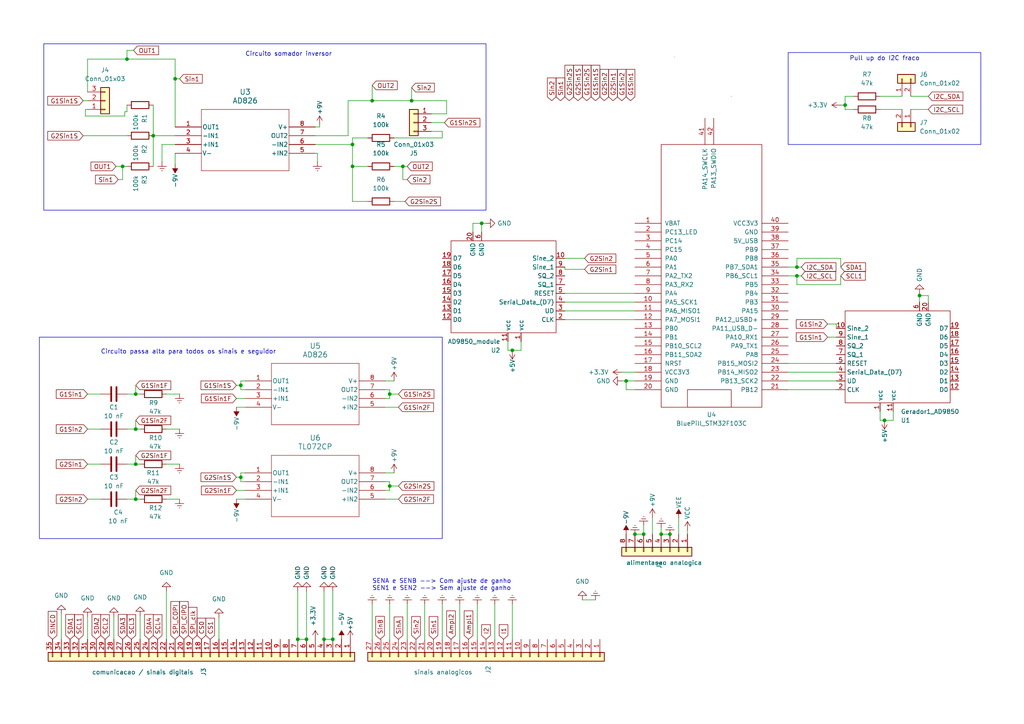
<source format=kicad_sch>
(kicad_sch (version 20230121) (generator eeschema)
  (paper "A4")
  (title_block (title "Barramento V04") (date "2024-02-05") (rev "v04") (company "EITduino") (comment 1 "Autor: Gustavo Pinheiro") (comment 2 "Barramento proposto para uma placa 90x100 mm") (comment 3 "Placa face dupla") (comment 4 "Pinos AGND e DGND") (comment 5 "capacitor 100nF ceramico") (comment 6 "capacitores uF tantalo"))
  (lib_symbols
    (symbol "AD828:AD828AN" (pin_names (offset 0.254))
      (property "Reference" "U" (at 20.32 10.16 0))
      (property "Value" "AD828AN" (at 20.32 7.62 0))
      (symbol "AD828AN_0_1"
        (pin unspecified line (at 0 0 0) (length 7.62) (name "OUT1") (number "1"))
        (pin unspecified line (at 0 -2.54 0) (length 7.62) (name "-IN1") (number "2"))
        (pin unspecified line (at 0 -5.08 0) (length 7.62) (name "+IN1") (number "3"))
        (pin power_in line (at 0 -7.62 0) (length 7.62) (name "V-") (number "4"))
        (pin unspecified line (at 40.64 -7.62 180) (length 7.62) (name "+IN2") (number "5"))
        (pin unspecified line (at 40.64 -5.08 180) (length 7.62) (name "-IN2") (number "6"))
        (pin unspecified line (at 40.64 -2.54 180) (length 7.62) (name "OUT2") (number "7"))
        (pin power_in line (at 40.64 0 180) (length 7.62) (name "V+") (number "8"))
      )
    )
    (symbol "AD9850_module:AD9850_module"
      (property "Reference" "U" (at -16.51 15.24 0))
      (property "Value" "AD9850_module" (at -8.89 -15.24 0))
      (symbol "AD9850_module_1_1"
        (pin passive line (at -5.08 16.51 270) (length 2.54) (name "vcc") (number "1"))
        (pin passive line (at -17.78 -7.62 0) (length 2.54) (name "Sine_2") (number "10"))
        (pin passive line (at -1.27 16.51 270) (length 2.54) (name "vcc") (number "11"))
        (pin passive line (at 17.78 10.16 180) (length 2.54) (name "D0") (number "12"))
        (pin passive line (at 17.78 7.62 180) (length 2.54) (name "D1") (number "13"))
        (pin passive line (at 17.78 5.08 180) (length 2.54) (name "D2") (number "14"))
        (pin passive line (at 17.78 2.54 180) (length 2.54) (name "D3") (number "15"))
        (pin passive line (at 17.78 0 180) (length 2.54) (name "D4") (number "16"))
        (pin passive line (at 17.78 -2.54 180) (length 2.54) (name "D5") (number "17"))
        (pin passive line (at 17.78 -5.08 180) (length 2.54) (name "D6") (number "18"))
        (pin passive line (at 17.78 -7.62 180) (length 2.54) (name "D7") (number "19"))
        (pin passive line (at -17.78 10.16 0) (length 2.54) (name "CLK") (number "2"))
        (pin passive line (at 8.89 -15.24 90) (length 2.54) (name "GND") (number "20"))
        (pin passive line (at -17.78 7.62 0) (length 2.54) (name "UD") (number "3"))
        (pin passive line (at -17.78 5.08 0) (length 2.54) (name "Serial_Data_(D7)") (number "4"))
        (pin passive line (at -17.78 2.54 0) (length 2.54) (name "RESET") (number "5"))
        (pin passive line (at 6.35 -15.24 90) (length 2.54) (name "GND") (number "6"))
        (pin passive line (at -17.78 0 0) (length 2.54) (name "SQ_1") (number "7"))
        (pin passive line (at -17.78 -2.54 0) (length 2.54) (name "SQ_2") (number "8"))
        (pin passive line (at -17.78 -5.08 0) (length 2.54) (name "Sine_1") (number "9"))
      )
    )
    (symbol "Connector_Generic:Conn_01x02" (pin_names (offset 1.016) hide)
      (property "Reference" "J" (at 0 2.54 0))
      (property "Value" "Conn_01x02" (at 0 -5.08 0))
      (symbol "Conn_01x02_1_1"
        (pin passive line (at -5.08 0 0) (length 3.81) (name "Pin_1") (number "1"))
        (pin passive line (at -5.08 -2.54 0) (length 3.81) (name "Pin_2") (number "2"))
      )
    )
    (symbol "Connector_Generic:Conn_01x03" (pin_names (offset 1.016) hide)
      (property "Reference" "J" (at 0 5.08 0))
      (property "Value" "Conn_01x03" (at 0 -5.08 0))
      (symbol "Conn_01x03_1_1"
        (pin passive line (at -5.08 2.54 0) (length 3.81) (name "Pin_1") (number "1"))
        (pin passive line (at -5.08 0 0) (length 3.81) (name "Pin_2") (number "2"))
        (pin passive line (at -5.08 -2.54 0) (length 3.81) (name "Pin_3") (number "3"))
      )
    )
    (symbol "Connector_Generic:Conn_01x08" (pin_names (offset 1.016) hide)
      (property "Reference" "J" (at 0 10.16 0))
      (property "Value" "Conn_01x08" (at 0 -12.7 0))
      (symbol "Conn_01x08_1_1"
        (pin passive line (at -5.08 7.62 0) (length 3.81) (name "Pin_1") (number "1"))
        (pin passive line (at -5.08 5.08 0) (length 3.81) (name "Pin_2") (number "2"))
        (pin passive line (at -5.08 2.54 0) (length 3.81) (name "Pin_3") (number "3"))
        (pin passive line (at -5.08 0 0) (length 3.81) (name "Pin_4") (number "4"))
        (pin passive line (at -5.08 -2.54 0) (length 3.81) (name "Pin_5") (number "5"))
        (pin passive line (at -5.08 -5.08 0) (length 3.81) (name "Pin_6") (number "6"))
        (pin passive line (at -5.08 -7.62 0) (length 3.81) (name "Pin_7") (number "7"))
        (pin passive line (at -5.08 -10.16 0) (length 3.81) (name "Pin_8") (number "8"))
      )
    )
    (symbol "Connector_Generic:Conn_01x27" (pin_names (offset 1.016) hide)
      (property "Reference" "J" (at 0 35.56 0))
      (property "Value" "Conn_01x27" (at 0 -35.56 0))
      (symbol "Conn_01x27_1_1"
        (pin passive line (at -5.08 33.02 0) (length 3.81) (name "Pin_1") (number "1"))
        (pin passive line (at -5.08 10.16 0) (length 3.81) (name "Pin_10") (number "10"))
        (pin passive line (at -5.08 7.62 0) (length 3.81) (name "Pin_11") (number "11"))
        (pin passive line (at -5.08 5.08 0) (length 3.81) (name "Pin_12") (number "12"))
        (pin passive line (at -5.08 2.54 0) (length 3.81) (name "Pin_13") (number "13"))
        (pin passive line (at -5.08 0 0) (length 3.81) (name "Pin_14") (number "14"))
        (pin passive line (at -5.08 -2.54 0) (length 3.81) (name "Pin_15") (number "15"))
        (pin passive line (at -5.08 -5.08 0) (length 3.81) (name "Pin_16") (number "16"))
        (pin passive line (at -5.08 -7.62 0) (length 3.81) (name "Pin_17") (number "17"))
        (pin passive line (at -5.08 -10.16 0) (length 3.81) (name "Pin_18") (number "18"))
        (pin passive line (at -5.08 -12.7 0) (length 3.81) (name "Pin_19") (number "19"))
        (pin passive line (at -5.08 30.48 0) (length 3.81) (name "Pin_2") (number "2"))
        (pin passive line (at -5.08 -15.24 0) (length 3.81) (name "Pin_20") (number "20"))
        (pin passive line (at -5.08 -17.78 0) (length 3.81) (name "Pin_21") (number "21"))
        (pin passive line (at -5.08 -20.32 0) (length 3.81) (name "Pin_22") (number "22"))
        (pin passive line (at -5.08 -22.86 0) (length 3.81) (name "Pin_23") (number "23"))
        (pin passive line (at -5.08 -25.4 0) (length 3.81) (name "Pin_24") (number "24"))
        (pin passive line (at -5.08 -27.94 0) (length 3.81) (name "Pin_25") (number "25"))
        (pin passive line (at -5.08 -30.48 0) (length 3.81) (name "Pin_26") (number "26"))
        (pin passive line (at -5.08 -33.02 0) (length 3.81) (name "Pin_27") (number "27"))
        (pin passive line (at -5.08 27.94 0) (length 3.81) (name "Pin_3") (number "3"))
        (pin passive line (at -5.08 25.4 0) (length 3.81) (name "Pin_4") (number "4"))
        (pin passive line (at -5.08 22.86 0) (length 3.81) (name "Pin_5") (number "5"))
        (pin passive line (at -5.08 20.32 0) (length 3.81) (name "Pin_6") (number "6"))
        (pin passive line (at -5.08 17.78 0) (length 3.81) (name "Pin_7") (number "7"))
        (pin passive line (at -5.08 15.24 0) (length 3.81) (name "Pin_8") (number "8"))
        (pin passive line (at -5.08 12.7 0) (length 3.81) (name "Pin_9") (number "9"))
      )
    )
    (symbol "Connector_Generic:Conn_01x35" (pin_names (offset 1.016) hide)
      (property "Reference" "J" (at 0 45.72 0))
      (property "Value" "Conn_01x35" (at 0 -45.72 0))
      (symbol "Conn_01x35_1_1"
        (pin passive line (at -5.08 43.18 0) (length 3.81) (name "Pin_1") (number "1"))
        (pin passive line (at -5.08 20.32 0) (length 3.81) (name "Pin_10") (number "10"))
        (pin passive line (at -5.08 17.78 0) (length 3.81) (name "Pin_11") (number "11"))
        (pin passive line (at -5.08 15.24 0) (length 3.81) (name "Pin_12") (number "12"))
        (pin passive line (at -5.08 12.7 0) (length 3.81) (name "Pin_13") (number "13"))
        (pin passive line (at -5.08 10.16 0) (length 3.81) (name "Pin_14") (number "14"))
        (pin passive line (at -5.08 7.62 0) (length 3.81) (name "Pin_15") (number "15"))
        (pin passive line (at -5.08 5.08 0) (length 3.81) (name "Pin_16") (number "16"))
        (pin passive line (at -5.08 2.54 0) (length 3.81) (name "Pin_17") (number "17"))
        (pin passive line (at -5.08 0 0) (length 3.81) (name "Pin_18") (number "18"))
        (pin passive line (at -5.08 -2.54 0) (length 3.81) (name "Pin_19") (number "19"))
        (pin passive line (at -5.08 40.64 0) (length 3.81) (name "Pin_2") (number "2"))
        (pin passive line (at -5.08 -5.08 0) (length 3.81) (name "Pin_20") (number "20"))
        (pin passive line (at -5.08 -7.62 0) (length 3.81) (name "Pin_21") (number "21"))
        (pin passive line (at -5.08 -10.16 0) (length 3.81) (name "Pin_22") (number "22"))
        (pin passive line (at -5.08 -12.7 0) (length 3.81) (name "Pin_23") (number "23"))
        (pin passive line (at -5.08 -15.24 0) (length 3.81) (name "Pin_24") (number "24"))
        (pin passive line (at -5.08 -17.78 0) (length 3.81) (name "Pin_25") (number "25"))
        (pin passive line (at -5.08 -20.32 0) (length 3.81) (name "Pin_26") (number "26"))
        (pin passive line (at -5.08 -22.86 0) (length 3.81) (name "Pin_27") (number "27"))
        (pin passive line (at -5.08 -25.4 0) (length 3.81) (name "Pin_28") (number "28"))
        (pin passive line (at -5.08 -27.94 0) (length 3.81) (name "Pin_29") (number "29"))
        (pin passive line (at -5.08 38.1 0) (length 3.81) (name "Pin_3") (number "3"))
        (pin passive line (at -5.08 -30.48 0) (length 3.81) (name "Pin_30") (number "30"))
        (pin passive line (at -5.08 -33.02 0) (length 3.81) (name "Pin_31") (number "31"))
        (pin passive line (at -5.08 -35.56 0) (length 3.81) (name "Pin_32") (number "32"))
        (pin passive line (at -5.08 -38.1 0) (length 3.81) (name "Pin_33") (number "33"))
        (pin passive line (at -5.08 -40.64 0) (length 3.81) (name "Pin_34") (number "34"))
        (pin passive line (at -5.08 -43.18 0) (length 3.81) (name "Pin_35") (number "35"))
        (pin passive line (at -5.08 35.56 0) (length 3.81) (name "Pin_4") (number "4"))
        (pin passive line (at -5.08 33.02 0) (length 3.81) (name "Pin_5") (number "5"))
        (pin passive line (at -5.08 30.48 0) (length 3.81) (name "Pin_6") (number "6"))
        (pin passive line (at -5.08 27.94 0) (length 3.81) (name "Pin_7") (number "7"))
        (pin passive line (at -5.08 25.4 0) (length 3.81) (name "Pin_8") (number "8"))
        (pin passive line (at -5.08 22.86 0) (length 3.81) (name "Pin_9") (number "9"))
      )
    )
    (symbol "Device:C" (pin_numbers hide) (pin_names (offset 0.254))
      (property "Reference" "C" (at 0.635 2.54 0))
      (property "Value" "C" (at 0.635 -2.54 0))
      (symbol "C_1_1"
        (pin passive line (at 0 3.81 270) (length 2.794) (name "~") (number "1"))
        (pin passive line (at 0 -3.81 90) (length 2.794) (name "~") (number "2"))
      )
    )
    (symbol "Device:R" (pin_numbers hide) (pin_names (offset 0))
      (property "Reference" "R" (at 2.032 0 90))
      (property "Value" "R" (at 0 0 90))
      (symbol "R_1_1"
        (pin passive line (at 0 3.81 270) (length 1.27) (name "~") (number "1"))
        (pin passive line (at 0 -3.81 90) (length 1.27) (name "~") (number "2"))
      )
    )
    (symbol "bluepill_breakouts:BluePill_STM32F103C" (pin_names (offset 1.016))
      (property "Reference" "U" (at -11.43 -34.29 0))
      (property "Value" "BluePill_STM32F103C" (at 1.27 21.59 0))
      (symbol "BluePill_STM32F103C_1_1"
        (pin power_in line (at -21.59 17.78 0) (length 7.62) (name "VBAT") (number "1"))
        (pin bidirectional line (at -21.59 -5.08 0) (length 7.62) (name "PA5_SCK1") (number "10"))
        (pin bidirectional line (at -21.59 -7.62 0) (length 7.62) (name "PA6_MISO1") (number "11"))
        (pin bidirectional line (at -21.59 -10.16 0) (length 7.62) (name "PA7_MOSI1") (number "12"))
        (pin bidirectional line (at -21.59 -12.7 0) (length 7.62) (name "PB0") (number "13"))
        (pin bidirectional line (at -21.59 -15.24 0) (length 7.62) (name "PB1") (number "14"))
        (pin bidirectional line (at -21.59 -17.78 0) (length 7.62) (name "PB10_SCL2") (number "15"))
        (pin bidirectional line (at -21.59 -20.32 0) (length 7.62) (name "PB11_SDA2") (number "16"))
        (pin input line (at -21.59 -22.86 0) (length 7.62) (name "NRST") (number "17"))
        (pin bidirectional line (at -21.59 -25.4 0) (length 7.62) (name "VCC3V3") (number "18"))
        (pin power_in line (at -21.59 -27.94 0) (length 7.62) (name "GND") (number "19"))
        (pin bidirectional line (at -21.59 15.24 0) (length 7.62) (name "PC13_LED") (number "2"))
        (pin power_in line (at -21.59 -30.48 0) (length 7.62) (name "GND") (number "20"))
        (pin bidirectional line (at 22.86 -30.48 180) (length 7.62) (name "PB12") (number "21"))
        (pin bidirectional line (at 22.86 -27.94 180) (length 7.62) (name "PB13_SCK2") (number "22"))
        (pin bidirectional line (at 22.86 -25.4 180) (length 7.62) (name "PB14_MISO2") (number "23"))
        (pin bidirectional line (at 22.86 -22.86 180) (length 7.62) (name "PB15_MOSI2") (number "24"))
        (pin bidirectional line (at 22.86 -20.32 180) (length 7.62) (name "PA8") (number "25"))
        (pin bidirectional line (at 22.86 -17.78 180) (length 7.62) (name "PA9_TX1") (number "26"))
        (pin bidirectional line (at 22.86 -15.24 180) (length 7.62) (name "PA10_RX1") (number "27"))
        (pin bidirectional line (at 22.86 -12.7 180) (length 7.62) (name "PA11_USB_D-") (number "28"))
        (pin bidirectional line (at 22.86 -10.16 180) (length 7.62) (name "PA12_USBD+") (number "29"))
        (pin bidirectional line (at -21.59 12.7 0) (length 7.62) (name "PC14") (number "3"))
        (pin bidirectional line (at 22.86 -7.62 180) (length 7.62) (name "PA15") (number "30"))
        (pin bidirectional line (at 22.86 -5.08 180) (length 7.62) (name "PB3") (number "31"))
        (pin bidirectional line (at 22.86 -2.54 180) (length 7.62) (name "PB4") (number "32"))
        (pin bidirectional line (at 22.86 0 180) (length 7.62) (name "PB5") (number "33"))
        (pin bidirectional line (at 22.86 2.54 180) (length 7.62) (name "PB6_SCL1") (number "34"))
        (pin bidirectional line (at 22.86 5.08 180) (length 7.62) (name "PB7_SDA1") (number "35"))
        (pin bidirectional line (at 22.86 7.62 180) (length 7.62) (name "PB8") (number "36"))
        (pin bidirectional line (at 22.86 10.16 180) (length 7.62) (name "PB9") (number "37"))
        (pin bidirectional line (at 22.86 12.7 180) (length 7.62) (name "5V_USB") (number "38"))
        (pin power_in line (at 22.86 15.24 180) (length 7.62) (name "GND") (number "39"))
        (pin bidirectional line (at -21.59 10.16 0) (length 7.62) (name "PC15") (number "4"))
        (pin bidirectional line (at 22.86 17.78 180) (length 7.62) (name "VCC3V3") (number "40"))
        (pin bidirectional line (at -1.27 48.26 270) (length 7.62) (name "PA14_SWCLK") (number "41"))
        (pin bidirectional line (at 1.27 48.26 270) (length 7.62) (name "PA13_SWDIO") (number "42"))
        (pin bidirectional line (at -21.59 7.62 0) (length 7.62) (name "PA0") (number "5"))
        (pin bidirectional line (at -21.59 5.08 0) (length 7.62) (name "PA1") (number "6"))
        (pin bidirectional line (at -21.59 2.54 0) (length 7.62) (name "PA2_TX2") (number "7"))
        (pin bidirectional line (at -21.59 0 0) (length 7.62) (name "PA3_RX2") (number "8"))
        (pin bidirectional line (at -21.59 -2.54 0) (length 7.62) (name "PA4") (number "9"))
      )
    )
    (symbol "power:+3.3V" (power) (pin_names (offset 0))
      (property "Value" "+3.3V" (at 0 3.556 0))
      (symbol "+3.3V_1_1"
        (pin power_in line (at 0 0 90) (length 0) hide (name "+3.3V") (number "1"))
      )
    )
    (symbol "power:+5V" (power) (pin_names (offset 0))
      (property "Value" "+5V" (at 0 3.556 0))
      (symbol "+5V_1_1"
        (pin power_in line (at 0 0 90) (length 0) hide (name "+5V") (number "1"))
      )
    )
    (symbol "power:+9V" (power) (pin_names (offset 0))
      (property "Value" "+9V" (at 0 3.556 0))
      (symbol "+9V_1_1"
        (pin power_in line (at 0 0 90) (length 0) hide (name "+9V") (number "1"))
      )
    )
    (symbol "power:-5V" (power) (pin_names (offset 0))
      (property "Value" "-5V" (at 0 3.81 0))
      (symbol "-5V_0_0"
        (pin power_in line (at 0 0 90) (length 0) hide (name "-5V") (number "1"))
      )
    )
    (symbol "power:-9V" (power) (pin_names (offset 0))
      (property "Value" "-9V" (at 0 3.81 0))
      (symbol "-9V_1_1"
        (pin power_in line (at 0 0 90) (length 0) hide (name "-9V") (number "1"))
      )
    )
    (symbol "power:Earth" (power) (pin_names (offset 0))
      (symbol "Earth_1_1"
        (pin power_in line (at 0 0 270) (length 0) hide (name "Earth") (number "1"))
      )
    )
    (symbol "power:GND" (power) (pin_names (offset 0))
      (property "Value" "GND" (at 0 -3.81 0))
      (symbol "GND_1_1"
        (pin power_in line (at 0 0 270) (length 0) hide (name "GND") (number "1"))
      )
    )
    (symbol "power:VCC" (power) (pin_names (offset 0))
      (property "Value" "VCC" (at 0 3.81 0))
      (symbol "VCC_1_1"
        (pin power_in line (at 0 0 90) (length 0) hide (name "VCC") (number "1"))
      )
    )
    (symbol "power:VEE" (power) (pin_names (offset 0))
      (property "Value" "VEE" (at 0 3.81 0))
      (symbol "VEE_1_1"
        (pin power_in line (at 0 0 90) (length 0) hide (name "VEE") (number "1"))
      )
    )
  )
  (junction (at 186.6888 154.94))
  (junction (at 184.1488 154.94))
  (junction (at 36.83 17.145))
  (junction (at 39.37 124.46))
  (junction (at 181.61 110.49))
  (junction (at 39.37 114.3))
  (junction (at 139.7 64.77))
  (junction (at 113.03 114.3))
  (junction (at 194.3088 154.94))
  (junction (at 148.59 101.6))
  (junction (at 119.38 29.21))
  (junction (at 256.54 121.92))
  (junction (at 86.36 185.42))
  (junction (at 107.95 29.21))
  (junction (at 116.84 48.26))
  (junction (at 93.98 185.42))
  (junction (at 266.7 85.725))
  (junction (at 102.235 41.91))
  (junction (at 96.52 185.42))
  (junction (at 35.56 48.26))
  (junction (at 102.235 48.26))
  (junction (at 50.8 22.86))
  (junction (at 88.9 185.42))
  (junction (at 39.37 144.78))
  (junction (at 231.14 77.47))
  (junction (at 245.11 30.48))
  (junction (at 39.37 134.62))
  (junction (at 113.03 140.97))
  (junction (at 231.14 80.01))
  (junction (at 69.85 138.43))
  (junction (at 191.7688 154.94))
  (junction (at 44.45 39.37))
  (junction (at 69.85 111.76))
  (wire (pts (xy 113.03 114.3) (xy 115.57 114.3)))
  (wire (pts (xy 184.1488 154.94) (xy 186.6888 154.94)))
  (wire (pts (xy 243.84 82.55) (xy 231.14 82.55)))
  (wire (pts (xy 100.965 29.21) (xy 107.95 29.21)))
  (wire (pts (xy 228.6 105.41) (xy 242.57 105.41)))
  (wire (pts (xy 255.27 31.75) (xy 261.62 31.75)))
  (wire (pts (xy 107.95 175.26) (xy 107.95 185.42)))
  (wire (pts (xy 243.84 30.48) (xy 245.11 30.48)))
  (wire (pts (xy 228.6 110.49) (xy 242.57 110.49)))
  (wire (pts (xy 255.27 27.94) (xy 261.62 27.94)))
  (wire (pts (xy 125.095 33.02) (xy 129.54 33.02)))
  (wire (pts (xy 111.76 142.24) (xy 113.03 142.24)))
  (wire (pts (xy 92.075 44.45) (xy 91.44 44.45)))
  (wire (pts (xy 36.83 14.605) (xy 36.83 17.145)))
  (wire (pts (xy 168.91 173.99) (xy 172.72 173.99)))
  (wire (pts (xy 228.6 77.47) (xy 231.14 77.47)))
  (wire (pts (xy 68.58 138.43) (xy 69.85 138.43)))
  (wire (pts (xy 69.85 110.49) (xy 69.85 111.76)))
  (wire (pts (xy 111.76 137.16) (xy 114.3 137.16)))
  (wire (pts (xy 68.58 118.11) (xy 71.12 118.11)))
  (wire (pts (xy 189.2288 150.114) (xy 189.2288 154.94)))
  (wire (pts (xy 36.83 134.62) (xy 39.37 134.62)))
  (wire (pts (xy 118.11 175.26) (xy 118.11 185.42)))
  (wire (pts (xy 69.85 139.7) (xy 71.12 139.7)))
  (wire (pts (xy 86.36 171.45) (xy 86.36 185.42)))
  (wire (pts (xy 25.4 144.78) (xy 29.21 144.78)))
  (wire (pts (xy 71.12 110.49) (xy 69.85 110.49)))
  (wire (pts (xy 25.4 134.62) (xy 29.21 134.62)))
  (wire (pts (xy 228.6 107.95) (xy 242.57 107.95)))
  (wire (pts (xy 36.83 144.78) (xy 39.37 144.78)))
  (wire (pts (xy 102.235 41.91) (xy 102.235 40.005)))
  (wire (pts (xy 106.68 48.26) (xy 102.235 48.26)))
  (wire (pts (xy 24.765 33.655) (xy 36.195 33.655)))
  (wire (pts (xy 25.4 178.816) (xy 25.4 185.42)))
  (wire (pts (xy 71.12 137.16) (xy 69.85 137.16)))
  (wire (pts (xy 36.83 114.3) (xy 39.37 114.3)))
  (wire (pts (xy 48.26 144.78) (xy 52.07 144.78)))
  (wire (pts (xy 68.58 144.78) (xy 71.12 144.78)))
  (wire (pts (xy 231.14 80.01) (xy 232.41 80.01)))
  (wire (pts (xy 137.16 64.77) (xy 139.7 64.77)))
  (wire (pts (xy 39.37 124.46) (xy 40.64 124.46)))
  (wire (pts (xy 111.76 118.11) (xy 115.57 118.11)))
  (wire (pts (xy 88.9 171.45) (xy 88.9 185.42)))
  (wire (pts (xy 191.7671 154.26) (xy 191.7688 154.26)))
  (wire (pts (xy 106.68 58.42) (xy 102.235 58.42)))
  (wire (pts (xy 113.03 175.26) (xy 113.03 185.42)))
  (wire (pts (xy 111.76 115.57) (xy 113.03 115.57)))
  (wire (pts (xy 35.56 48.26) (xy 36.83 48.26)))
  (wire (pts (xy 24.765 31.75) (xy 25.4 31.75)))
  (wire (pts (xy 116.84 52.07) (xy 116.84 48.26)))
  (wire (pts (xy 143.51 175.26) (xy 143.51 185.42)))
  (wire (pts (xy 50.8 22.86) (xy 50.8 36.83)))
  (wire (pts (xy 91.44 36.83) (xy 92.71 36.83)))
  (wire (pts (xy 245.11 31.75) (xy 247.65 31.75)))
  (wire (pts (xy 128.27 40.005) (xy 128.27 38.1)))
  (wire (pts (xy 92.71 36.195) (xy 92.71 36.83)))
  (wire (pts (xy 163.83 90.17) (xy 184.15 90.17)))
  (wire (pts (xy 242.57 95.25) (xy 242.57 93.98)))
  (wire (pts (xy 50.8 44.45) (xy 50.8 47.625)))
  (wire (pts (xy 48.26 114.3) (xy 52.07 114.3)))
  (wire (pts (xy 163.83 78.105) (xy 163.83 77.47)))
  (wire (pts (xy 191.7671 153.0486) (xy 191.7671 154.26)))
  (wire (pts (xy 39.37 111.76) (xy 39.37 114.3)))
  (wire (pts (xy 255.27 121.92) (xy 256.54 121.92)))
  (wire (pts (xy 33.655 48.26) (xy 35.56 48.26)))
  (wire (pts (xy 68.58 111.76) (xy 69.85 111.76)))
  (wire (pts (xy 181.61 110.49) (xy 184.15 110.49)))
  (wire (pts (xy 147.32 101.6) (xy 148.59 101.6)))
  (wire (pts (xy 169.545 78.105) (xy 163.83 78.105)))
  (wire (pts (xy 163.83 85.09) (xy 184.15 85.09)))
  (wire (pts (xy 119.38 29.21) (xy 129.54 29.21)))
  (wire (pts (xy 36.83 17.145) (xy 50.8 17.145)))
  (wire (pts (xy 266.7 85.725) (xy 266.7 85.09)))
  (wire (pts (xy 180.34 107.95) (xy 184.15 107.95)))
  (wire (pts (xy 186.6888 152.4) (xy 186.6888 154.94)))
  (wire (pts (xy 169.545 74.93) (xy 163.83 74.93)))
  (wire (pts (xy 69.85 113.03) (xy 71.12 113.03)))
  (wire (pts (xy 163.83 92.71) (xy 184.15 92.71)))
  (wire (pts (xy 91.44 39.37) (xy 100.965 39.37)))
  (wire (pts (xy 68.58 142.24) (xy 71.12 142.24)))
  (wire (pts (xy 259.08 119.38) (xy 259.08 121.92)))
  (wire (pts (xy 48.26 134.62) (xy 52.07 134.62)))
  (wire (pts (xy 92.075 46.99) (xy 92.075 44.45)))
  (wire (pts (xy 107.95 24.765) (xy 107.95 29.21)))
  (wire (pts (xy 269.24 87.63) (xy 269.24 85.725)))
  (wire (pts (xy 39.37 121.92) (xy 39.37 124.46)))
  (wire (pts (xy 63.5 179.07) (xy 63.5 185.42)))
  (wire (pts (xy 46.99 41.91) (xy 46.99 46.99)))
  (wire (pts (xy 228.6 80.01) (xy 231.14 80.01)))
  (wire (pts (xy 113.03 115.57) (xy 113.03 114.3)))
  (wire (pts (xy 180.34 110.49) (xy 181.61 110.49)))
  (wire (pts (xy 119.38 25.4) (xy 119.38 29.21)))
  (wire (pts (xy 148.59 175.26) (xy 148.59 185.42)))
  (wire (pts (xy 113.03 140.97) (xy 115.57 140.97)))
  (wire (pts (xy 24.765 33.655) (xy 24.765 31.75)))
  (wire (pts (xy 196.849 150.2569) (xy 196.849 154.94)))
  (wire (pts (xy 151.13 99.06) (xy 151.13 101.6)))
  (wire (pts (xy 245.11 30.48) (xy 245.11 31.75)))
  (wire (pts (xy 228.6 113.03) (xy 242.57 113.03)))
  (wire (pts (xy 102.235 40.005) (xy 106.68 40.005)))
  (wire (pts (xy 243.84 80.01) (xy 243.84 82.55)))
  (wire (pts (xy 196.849 154.94) (xy 196.8488 154.94)))
  (wire (pts (xy 93.98 185.42) (xy 96.52 185.42)))
  (wire (pts (xy 44.45 39.37) (xy 44.45 48.26)))
  (wire (pts (xy 191.7688 154.26) (xy 191.7688 154.94)))
  (wire (pts (xy 36.195 33.655) (xy 36.195 32.385)))
  (wire (pts (xy 264.16 27.94) (xy 269.24 27.94)))
  (wire (pts (xy 231.14 74.93) (xy 231.14 77.47)))
  (wire (pts (xy 128.27 175.26) (xy 128.27 185.42)))
  (wire (pts (xy 111.76 144.78) (xy 115.57 144.78)))
  (wire (pts (xy 114.3 48.26) (xy 116.84 48.26)))
  (wire (pts (xy 181.61 113.03) (xy 181.61 110.49)))
  (wire (pts (xy 44.45 39.37) (xy 50.8 39.37)))
  (wire (pts (xy 139.7 64.77) (xy 140.97 64.77)))
  (wire (pts (xy 113.03 113.03) (xy 111.76 113.03)))
  (wire (pts (xy 68.58 115.57) (xy 71.12 115.57)))
  (wire (pts (xy 36.195 32.385) (xy 36.83 32.385)))
  (wire (pts (xy 25.4 17.145) (xy 36.83 17.145)))
  (wire (pts (xy 93.98 171.45) (xy 93.98 185.42)))
  (wire (pts (xy 33.02 178.816) (xy 33.02 185.42)))
  (wire (pts (xy 102.235 48.26) (xy 102.235 41.91)))
  (wire (pts (xy 39.37 132.08) (xy 39.37 134.62)))
  (wire (pts (xy 125.095 35.56) (xy 128.905 35.56)))
  (wire (pts (xy 24.13 39.37) (xy 36.83 39.37)))
  (wire (pts (xy 269.24 85.725) (xy 266.7 85.725)))
  (wire (pts (xy 118.11 52.07) (xy 116.84 52.07)))
  (wire (pts (xy 125.095 38.1) (xy 128.27 38.1)))
  (wire (pts (xy 36.83 124.46) (xy 39.37 124.46)))
  (wire (pts (xy 114.3 40.005) (xy 128.27 40.005)))
  (wire (pts (xy 50.8 17.145) (xy 50.8 22.86)))
  (wire (pts (xy 255.27 119.38) (xy 255.27 121.92)))
  (wire (pts (xy 139.7 67.31) (xy 139.7 64.77)))
  (wire (pts (xy 35.56 52.07) (xy 35.56 48.26)))
  (wire (pts (xy 199.39 153.833) (xy 199.39 154.94)))
  (wire (pts (xy 102.235 48.26) (xy 102.235 58.42)))
  (wire (pts (xy 25.4 124.46) (xy 29.21 124.46)))
  (wire (pts (xy 38.735 14.605) (xy 36.83 14.605)))
  (wire (pts (xy 50.8 22.86) (xy 52.07 22.86)))
  (wire (pts (xy 96.52 171.45) (xy 96.52 185.42)))
  (wire (pts (xy 243.84 77.47) (xy 243.84 74.93)))
  (wire (pts (xy 199.3888 154.94) (xy 199.39 154.94)))
  (wire (pts (xy 111.76 110.49) (xy 114.3 110.49)))
  (wire (pts (xy 231.14 82.55) (xy 231.14 80.01)))
  (wire (pts (xy 39.37 134.62) (xy 40.64 134.62)))
  (wire (pts (xy 86.36 185.42) (xy 88.9 185.42)))
  (wire (pts (xy 110.49 185.42) (xy 110.236 185.42)))
  (wire (pts (xy 247.65 27.94) (xy 245.11 27.94)))
  (wire (pts (xy 36.83 32.385) (xy 36.83 30.48)))
  (wire (pts (xy 113.03 142.24) (xy 113.03 140.97)))
  (wire (pts (xy 231.14 77.47) (xy 232.41 77.47)))
  (wire (pts (xy 184.15 113.03) (xy 181.61 113.03)))
  (wire (pts (xy 266.7 87.63) (xy 266.7 85.725)))
  (wire (pts (xy 245.11 27.94) (xy 245.11 30.48)))
  (wire (pts (xy 116.84 48.26) (xy 118.11 48.26)))
  (wire (pts (xy 91.44 41.91) (xy 102.235 41.91)))
  (wire (pts (xy 39.37 144.78) (xy 40.64 144.78)))
  (wire (pts (xy 240.03 97.79) (xy 242.57 97.79)))
  (wire (pts (xy 69.85 137.16) (xy 69.85 138.43)))
  (wire (pts (xy 107.95 29.21) (xy 119.38 29.21)))
  (wire (pts (xy 50.8 41.91) (xy 46.99 41.91)))
  (wire (pts (xy 100.965 39.37) (xy 100.965 29.21)))
  (wire (pts (xy 163.83 87.63) (xy 184.15 87.63)))
  (wire (pts (xy 113.03 139.7) (xy 111.76 139.7)))
  (wire (pts (xy 191.7688 154.94) (xy 194.3088 154.94)))
  (wire (pts (xy 69.85 138.43) (xy 69.85 139.7)))
  (wire (pts (xy 113.03 140.97) (xy 113.03 139.7)))
  (wire (pts (xy 256.54 121.92) (xy 259.08 121.92)))
  (wire (pts (xy 69.85 111.76) (xy 69.85 113.03)))
  (wire (pts (xy 147.32 99.06) (xy 147.32 101.6)))
  (wire (pts (xy 17.78 178.054) (xy 17.78 185.42)))
  (wire (pts (xy 264.16 31.75) (xy 269.24 31.75)))
  (wire (pts (xy 133.35 175.26) (xy 133.35 185.42)))
  (wire (pts (xy 242.57 93.98) (xy 240.03 93.98)))
  (wire (pts (xy 40.64 178.562) (xy 40.64 185.42)))
  (wire (pts (xy 25.4 17.145) (xy 25.4 26.67)))
  (wire (pts (xy 123.19 175.26) (xy 123.19 185.42)))
  (wire (pts (xy 34.29 52.07) (xy 35.56 52.07)))
  (wire (pts (xy 129.54 29.21) (xy 129.54 33.02)))
  (wire (pts (xy 39.37 142.24) (xy 39.37 144.78)))
  (wire (pts (xy 48.26 171.45) (xy 48.26 185.42)))
  (wire (pts (xy 113.03 114.3) (xy 113.03 113.03)))
  (wire (pts (xy 44.45 30.48) (xy 44.45 39.37)))
  (wire (pts (xy 24.13 29.21) (xy 25.4 29.21)))
  (wire (pts (xy 25.4 114.3) (xy 29.21 114.3)))
  (wire (pts (xy 114.3 58.42) (xy 117.475 58.42)))
  (wire (pts (xy 137.16 67.31) (xy 137.16 64.77)))
  (wire (pts (xy 243.84 74.93) (xy 231.14 74.93)))
  (wire (pts (xy 138.43 175.26) (xy 138.43 185.42)))
  (wire (pts (xy 148.59 101.6) (xy 151.13 101.6)))
  (wire (pts (xy 39.37 114.3) (xy 40.64 114.3)))
  (wire (pts (xy 48.26 124.46) (xy 52.07 124.46)))
  (rectangle (start 212.09 27.94) (end 212.09 27.94))
  (rectangle (start 195.58 16.51) (end 195.58 16.51))
  (rectangle (start 11.43 97.79) (end 128.27 156.21))
  (rectangle (start 12.7 12.7) (end 140.97 60.96))
  (rectangle (start 228.6 15.24) (end 284.48 41.91))
  (text "Circuito somador inversor" (at 71.12 16.51 0) (effects (font (size 1.27 1.27)) (justify left bottom)))
  (text "Pull up do I2C fraco " (at 246.38 17.78 0) (effects (font (size 1.27 1.27)) (justify left bottom)))
  (text "Circuito passa alta para todos os sinais e seguidor " (at 29.21 102.87 0) (effects (font (size 1.27 1.27)) (justify left bottom)))
  (text "SENA e SENB --> Com ajuste de ganho\nSEN1 e SEN2 --> Sem ajuste de ganho" (at 107.95 171.45 0) (effects (font (size 1.27 1.27)) (justify left bottom)))
  (global_label "SPI_clk" (shape input) (at 55.88 185.42 90) (property "Intersheetrefs" "${INTERSHEET_REFS}" (effects hide)))
  (global_label "I1" (shape input) (at 146.05 185.42 90) (property "Intersheetrefs" "${INTERSHEET_REFS}" (effects hide)))
  (global_label "G2Sin1" (shape input) (at 177.8 29.21 90) (property "Intersheetrefs" "${INTERSHEET_REFS}" (effects hide)))
  (global_label "G2Sin1S" (shape input) (at 167.64 29.21 90) (property "Intersheetrefs" "${INTERSHEET_REFS}" (effects hide)))
  (global_label "G1Sin1S" (shape input) (at 172.72 29.21 90) (property "Intersheetrefs" "${INTERSHEET_REFS}" (effects hide)))
  (global_label "G1Sin2" (shape input) (at 180.34 29.21 90) (property "Intersheetrefs" "${INTERSHEET_REFS}" (effects hide)))
  (global_label "SDA3" (shape input) (at 35.56 185.42 90) (property "Intersheetrefs" "${INTERSHEET_REFS}" (effects hide)))
  (global_label "Sin1" (shape input) (at 162.56 29.21 90) (property "Intersheetrefs" "${INTERSHEET_REFS}" (effects hide)))
  (global_label "CS1" (shape input) (at 60.96 185.42 90) (property "Intersheetrefs" "${INTERSHEET_REFS}" (effects hide)))
  (global_label "Sin2" (shape input) (at 118.11 52.07 0) (property "Intersheetrefs" "${INTERSHEET_REFS}" (effects hide)))
  (global_label "SDA2" (shape input) (at 27.94 185.42 90) (property "Intersheetrefs" "${INTERSHEET_REFS}" (effects hide)))
  (global_label "G1Sin1" (shape input) (at 182.88 29.21 90) (property "Intersheetrefs" "${INTERSHEET_REFS}" (effects hide)))
  (global_label "Ampl1" (shape input) (at 135.89 185.42 90) (property "Intersheetrefs" "${INTERSHEET_REFS}" (effects hide)))
  (global_label "SDA1" (shape input) (at 20.32 185.42 90) (property "Intersheetrefs" "${INTERSHEET_REFS}" (effects hide)))
  (global_label "G1Sin2" (shape input) (at 240.03 93.98 180) (property "Intersheetrefs" "${INTERSHEET_REFS}" (effects hide)))
  (global_label "G1Sin1F" (shape input) (at 68.58 115.57 180) (property "Intersheetrefs" "${INTERSHEET_REFS}" (effects hide)))
  (global_label "G2Sin2S" (shape input) (at 165.1 29.21 90) (property "Intersheetrefs" "${INTERSHEET_REFS}" (effects hide)))
  (global_label "Sin2" (shape input) (at 119.38 25.4 0) (property "Intersheetrefs" "${INTERSHEET_REFS}" (effects hide)))
  (global_label "I2C_SDA" (shape input) (at 232.41 77.47 0) (property "Intersheetrefs" "${INTERSHEET_REFS}" (effects hide)))
  (global_label "Sin1" (shape input) (at 34.29 52.07 180) (property "Intersheetrefs" "${INTERSHEET_REFS}" (effects hide)))
  (global_label "G2Sin2" (shape input) (at 169.545 74.93 0) (property "Intersheetrefs" "${INTERSHEET_REFS}" (effects hide)))
  (global_label "G2Sin1F" (shape input) (at 68.58 142.24 180) (property "Intersheetrefs" "${INTERSHEET_REFS}" (effects hide)))
  (global_label "G1Sin1F" (shape input) (at 39.37 111.76 0) (property "Intersheetrefs" "${INTERSHEET_REFS}" (effects hide)))
  (global_label "Ampl2" (shape input) (at 130.81 185.42 90) (property "Intersheetrefs" "${INTERSHEET_REFS}" (effects hide)))
  (global_label "Sin1" (shape input) (at 52.07 22.86 0) (property "Intersheetrefs" "${INTERSHEET_REFS}" (effects hide)))
  (global_label "SCL1" (shape input) (at 243.84 80.01 0) (property "Intersheetrefs" "${INTERSHEET_REFS}" (effects hide)))
  (global_label "G2Sin1" (shape input) (at 25.4 134.62 180) (property "Intersheetrefs" "${INTERSHEET_REFS}" (effects hide)))
  (global_label "G1Sin1S" (shape input) (at 24.13 29.21 180) (property "Intersheetrefs" "${INTERSHEET_REFS}" (effects hide)))
  (global_label "G2Sin2" (shape input) (at 175.26 29.21 90) (property "Intersheetrefs" "${INTERSHEET_REFS}" (effects hide)))
  (global_label "G1Sin1S" (shape input) (at 68.58 111.76 180) (property "Intersheetrefs" "${INTERSHEET_REFS}" (effects hide)))
  (global_label "SCL2" (shape input) (at 30.48 185.42 90) (property "Intersheetrefs" "${INTERSHEET_REFS}" (effects hide)))
  (global_label "G1Sin2F" (shape input) (at 115.57 118.11 0) (property "Intersheetrefs" "${INTERSHEET_REFS}" (effects hide)))
  (global_label "G1Sin2S" (shape input) (at 128.905 35.56 0) (property "Intersheetrefs" "${INTERSHEET_REFS}" (effects hide)))
  (global_label "SCL3" (shape input) (at 38.1 185.42 90) (property "Intersheetrefs" "${INTERSHEET_REFS}" (effects hide)))
  (global_label "Sin2" (shape input) (at 120.65 185.42 90) (property "Intersheetrefs" "${INTERSHEET_REFS}" (effects hide)))
  (global_label "G1Sin2" (shape input) (at 25.4 124.46 180) (property "Intersheetrefs" "${INTERSHEET_REFS}" (effects hide)))
  (global_label "G2Sin2F" (shape input) (at 115.57 144.78 0) (property "Intersheetrefs" "${INTERSHEET_REFS}" (effects hide)))
  (global_label "OUT1" (shape input) (at 38.735 14.605 0) (property "Intersheetrefs" "${INTERSHEET_REFS}" (effects hide)))
  (global_label "SCL4" (shape input) (at 45.72 185.42 90) (property "Intersheetrefs" "${INTERSHEET_REFS}" (effects hide)))
  (global_label "G2Sin1F" (shape input) (at 39.37 132.08 0) (property "Intersheetrefs" "${INTERSHEET_REFS}" (effects hide)))
  (global_label "SPI_CIPO" (shape input) (at 53.34 185.42 90) (property "Intersheetrefs" "${INTERSHEET_REFS}" (effects hide)))
  (global_label "G1Sin1" (shape input) (at 25.4 114.3 180) (property "Intersheetrefs" "${INTERSHEET_REFS}" (effects hide)))
  (global_label "G1Sin1" (shape input) (at 240.03 97.79 180) (property "Intersheetrefs" "${INTERSHEET_REFS}" (effects hide)))
  (global_label "SinA" (shape input) (at 115.57 185.42 90) (property "Intersheetrefs" "${INTERSHEET_REFS}" (effects hide)))
  (global_label "SINCD" (shape input) (at 15.24 185.42 90) (property "Intersheetrefs" "${INTERSHEET_REFS}" (effects hide)))
  (global_label "Sin2" (shape input) (at 160.02 29.21 90) (property "Intersheetrefs" "${INTERSHEET_REFS}" (effects hide)))
  (global_label "G2Sin2F" (shape input) (at 39.37 142.24 0) (property "Intersheetrefs" "${INTERSHEET_REFS}" (effects hide)))
  (global_label "I2" (shape input) (at 140.97 185.42 90) (property "Intersheetrefs" "${INTERSHEET_REFS}" (effects hide)))
  (global_label "G2Sin1" (shape input) (at 169.545 78.105 0) (property "Intersheetrefs" "${INTERSHEET_REFS}" (effects hide)))
  (global_label "G2Sin2" (shape input) (at 25.4 144.78 180) (property "Intersheetrefs" "${INTERSHEET_REFS}" (effects hide)))
  (global_label "G2Sin1S" (shape input) (at 24.13 39.37 180) (property "Intersheetrefs" "${INTERSHEET_REFS}" (effects hide)))
  (global_label "SDA1" (shape input) (at 243.84 77.47 0) (property "Intersheetrefs" "${INTERSHEET_REFS}" (effects hide)))
  (global_label "CS0" (shape input) (at 58.42 185.42 90) (property "Intersheetrefs" "${INTERSHEET_REFS}" (effects hide)))
  (global_label "OUT1" (shape input) (at 33.655 48.26 180) (property "Intersheetrefs" "${INTERSHEET_REFS}" (effects hide)))
  (global_label "SinB" (shape input) (at 110.236 185.42 90) (property "Intersheetrefs" "${INTERSHEET_REFS}" (effects hide)))
  (global_label "OUT2" (shape input) (at 107.95 24.765 0) (property "Intersheetrefs" "${INTERSHEET_REFS}" (effects hide)))
  (global_label "Sin1" (shape input) (at 125.73 185.42 90) (property "Intersheetrefs" "${INTERSHEET_REFS}" (effects hide)))
  (global_label "G1Sin2S" (shape input) (at 115.57 114.3 0) (property "Intersheetrefs" "${INTERSHEET_REFS}" (effects hide)))
  (global_label "I2C_SCL" (shape input) (at 232.41 80.01 0) (property "Intersheetrefs" "${INTERSHEET_REFS}" (effects hide)))
  (global_label "SCL1" (shape input) (at 22.86 185.42 90) (property "Intersheetrefs" "${INTERSHEET_REFS}" (effects hide)))
  (global_label "I2C_SCL" (shape input) (at 269.24 31.75 0) (property "Intersheetrefs" "${INTERSHEET_REFS}" (effects hide)))
  (global_label "SPI_COPI" (shape input) (at 50.8 185.42 90) (property "Intersheetrefs" "${INTERSHEET_REFS}" (effects hide)))
  (global_label "G2Sin2S" (shape input) (at 115.57 140.97 0) (property "Intersheetrefs" "${INTERSHEET_REFS}" (effects hide)))
  (global_label "G2Sin2S" (shape input) (at 117.475 58.42 0) (property "Intersheetrefs" "${INTERSHEET_REFS}" (effects hide)))
  (global_label "G1Sin2F" (shape input) (at 39.37 121.92 0) (property "Intersheetrefs" "${INTERSHEET_REFS}" (effects hide)))
  (global_label "SDA4" (shape input) (at 43.18 185.42 90) (property "Intersheetrefs" "${INTERSHEET_REFS}" (effects hide)))
  (global_label "I2C_SDA" (shape input) (at 269.24 27.94 0) (property "Intersheetrefs" "${INTERSHEET_REFS}" (effects hide)))
  (global_label "G1Sin2S" (shape input) (at 170.18 29.21 90) (property "Intersheetrefs" "${INTERSHEET_REFS}" (effects hide)))
  (global_label "G2Sin1S" (shape input) (at 68.58 138.43 180) (property "Intersheetrefs" "${INTERSHEET_REFS}" (effects hide)))
  (global_label "OUT2" (shape input) (at 118.11 48.26 0) (property "Intersheetrefs" "${INTERSHEET_REFS}" (effects hide)))
  (symbol (lib_id "Device:R") (at 40.64 30.48 270) (unit 1)
    (property "Reference" "R1" (at 41.91 33.02 0) (effects (justify left)))
    (property "Value" "100k" (at 39.37 33.02 0) (effects (justify left)))
    (property "Footprint" "Resistor_THT:R_Axial_DIN0207_L6.3mm_D2.5mm_P7.62mm_Horizontal" (effects hide))
  )
  (symbol (lib_id "AD828:AD828AN") (at 71.12 137.16 0) (unit 1)
    (property "Reference" "U6" (at 91.44 127 0) (effects (font (size 1.524 1.524))))
    (property "Value" "TL072CP" (at 91.44 129.54 0) (effects (font (size 1.524 1.524))))
    (property "Footprint" "N_8_ADI" (effects hide))
    (property "Datasheet" "AD828AN" (effects hide))
  )
  (symbol (lib_id "power:GND") (at 266.7 85.09 0) (mirror x) (unit 1)
    (property "Reference" "#PWR029" (effects hide))
    (property "Value" "GND" (at 266.7 79.756 90))
  )
  (symbol (lib_id "power:GND") (at 96.52 171.45 180) (unit 1)
    (property "Reference" "#PWR015" (effects hide))
    (property "Value" "GND" (at 96.52 166.116 90))
  )
  (symbol (lib_id "Device:C") (at 33.02 144.78 90) (unit 1)
    (property "Reference" "C4" (at 34.29 148.59 90))
    (property "Value" "10 nF" (at 34.29 151.13 90))
    (property "Footprint" "Capacitor_SMD:CP_Elec_4x5.8" (effects hide))
  )
  (symbol (lib_id "power:+5V") (at 148.59 101.6 180) (unit 1)
    (property "Reference" "#PWR034" (effects hide))
    (property "Value" "+5V" (at 148.6441 104.1485 90) (effects (justify left)))
  )
  (symbol (lib_id "power:GND") (at 140.97 64.77 90) (unit 1)
    (property "Reference" "#PWR022" (effects hide))
    (property "Value" "GND" (at 146.304 64.77 90))
  )
  (symbol (lib_id "AD828:AD828AN") (at 71.12 110.49 0) (unit 1)
    (property "Reference" "U5" (at 91.44 100.33 0) (effects (font (size 1.524 1.524))))
    (property "Value" "AD826" (at 91.44 102.87 0) (effects (font (size 1.524 1.524))))
    (property "Footprint" "N_8_ADI" (effects hide))
    (property "Datasheet" "AD828AN" (effects hide))
  )
  (symbol (lib_id "power:Earth") (at 128.27 175.26 180) (unit 1)
    (property "Reference" "#PWR07" (effects hide))
    (property "Value" "Earth" (effects hide))
  )
  (symbol (lib_id "power:Earth") (at 143.51 175.26 180) (unit 1)
    (property "Reference" "#PWR027" (effects hide))
    (property "Value" "Earth" (effects hide))
  )
  (symbol (lib_id "AD9850_module:AD9850_module") (at 146.05 82.55 180) (unit 1)
    (property "Reference" "U2" (at 145.1259 101.6 0) (effects (justify left)))
    (property "Value" "AD9850_module" (at 145.1259 99.06 0) (effects (justify left)))
    (property "Footprint" "AD9850:AD9850_module" (effects hide))
  )
  (symbol (lib_id "power:+3.3V") (at 91.44 185.42 0) (unit 1)
    (property "Reference" "#PWR0130" (effects hide))
    (property "Value" "+3.3V" (at 90.805 181.61 90) (effects (justify left)))
  )
  (symbol (lib_id "Device:R") (at 251.46 27.94 90) (unit 1)
    (property "Reference" "R7" (at 251.46 21.59 90))
    (property "Value" "47k" (at 251.46 24.13 90))
    (property "Footprint" "Resistor_THT:R_Axial_DIN0207_L6.3mm_D2.5mm_P7.62mm_Horizontal" (effects hide))
  )
  (symbol (lib_id "power:Earth") (at 46.99 46.99 0) (unit 1)
    (property "Reference" "#PWR018" (effects hide))
    (property "Value" "Earth" (effects hide))
  )
  (symbol (lib_id "power:GND") (at 40.64 178.562 180) (unit 1)
    (property "Reference" "#PWR012" (effects hide))
    (property "Value" "GND" (at 40.64 173.228 0))
  )
  (symbol (lib_id "Connector_Generic:Conn_01x27") (at 140.97 190.5 270) (unit 1)
    (property "Reference" "J2" (at 141.605 193.04 0) (effects (justify left)))
    (property "Value" "sinais analogicos" (at 120.015 194.945 90) (effects (justify left)))
    (property "Footprint" "Connector_PinHeader_2.54mm:PinHeader_1x27_P2.54mm_Vertical" (effects hide))
  )
  (symbol (lib_id "power:Earth") (at 92.075 46.99 0) (unit 1)
    (property "Reference" "#PWR021" (effects hide))
    (property "Value" "Earth" (effects hide))
  )
  (symbol (lib_id "power:+3.3V") (at 243.84 30.48 90) (unit 1)
    (property "Reference" "#PWR030" (effects hide))
    (property "Value" "+3.3V" (at 240.03 30.48 90) (effects (justify left)))
  )
  (symbol (lib_id "power:+3.3V") (at 180.34 107.95 90) (unit 1)
    (property "Reference" "#PWR031" (effects hide))
    (property "Value" "+3.3V" (at 176.53 107.95 90) (effects (justify left)))
  )
  (symbol (lib_id "bluepill_breakouts:BluePill_STM32F103C") (at 205.74 82.55 0) (unit 1)
    (property "Reference" "U4" (at 206.375 120.269 0))
    (property "Value" "BluePill_STM32F103C" (at 206.375 122.809 0))
    (property "Footprint" "STM32:BluePill_STM32F103C" (effects hide))
    (property "Datasheet" "www.rogerclark.net" (effects hide))
  )
  (symbol (lib_id "power:-9V") (at 50.8 47.625 180) (unit 1)
    (property "Reference" "#PWR020" (effects hide))
    (property "Value" "-9V" (at 50.8338 50.3703 90) (effects (justify left)))
  )
  (symbol (lib_id "power:VEE") (at 196.849 150.2569 0) (unit 1)
    (property "Reference" "#PWR0123" (effects hide))
    (property "Value" "VEE" (at 196.8452 145.6465 90))
  )
  (symbol (lib_id "AD828:AD828AN") (at 50.8 36.83 0) (unit 1)
    (property "Reference" "U3" (at 71.12 26.67 0) (effects (font (size 1.524 1.524))))
    (property "Value" "AD826" (at 71.12 29.21 0) (effects (font (size 1.524 1.524))))
    (property "Footprint" "N_8_ADI" (effects hide))
    (property "Datasheet" "AD828AN" (effects hide))
  )
  (symbol (lib_id "Connector_Generic:Conn_01x08") (at 191.7688 160.02 270) (unit 1)
    (property "Reference" "J1" (at 191.1338 162.56 0) (effects (justify left)))
    (property "Value" "alimentacao analogica" (at 181.6088 163.195 90) (effects (justify left)))
    (property "Footprint" "Connector_PinHeader_2.54mm:PinHeader_1x08_P2.54mm_Vertical" (effects hide))
  )
  (symbol (lib_id "power:Earth") (at 113.03 175.26 180) (unit 1)
    (property "Reference" "#PWR06" (effects hide))
    (property "Value" "Earth" (effects hide))
  )
  (symbol (lib_id "Device:R") (at 110.49 40.005 90) (unit 1)
    (property "Reference" "R4" (at 110.49 33.655 90))
    (property "Value" "100k" (at 110.49 36.195 90))
    (property "Footprint" "Resistor_THT:R_Axial_DIN0207_L6.3mm_D2.5mm_P7.62mm_Horizontal" (effects hide))
  )
  (symbol (lib_id "Connector_Generic:Conn_01x02") (at 261.62 22.86 90) (unit 1)
    (property "Reference" "J6" (at 266.7 21.59 90) (effects (justify right)))
    (property "Value" "Conn_01x02" (at 266.7 24.13 90) (effects (justify right)))
    (property "Footprint" "Connector_PinHeader_2.54mm:PinHeader_1x02_P2.54mm_Vertical" (effects hide))
  )
  (symbol (lib_id "power:Earth") (at 133.35 175.26 180) (unit 1)
    (property "Reference" "#PWR02" (effects hide))
    (property "Value" "Earth" (effects hide))
  )
  (symbol (lib_id "power:Earth") (at 52.07 144.78 0) (unit 1)
    (property "Reference" "#PWR038" (effects hide))
    (property "Value" "Earth" (effects hide))
  )
  (symbol (lib_id "power:GND") (at 168.91 173.99 180) (unit 1)
    (property "Reference" "#PWR017" (effects hide))
    (property "Value" "GND" (at 168.91 168.656 0))
  )
  (symbol (lib_id "power:GND") (at 180.34 110.49 270) (unit 1)
    (property "Reference" "#PWR032" (effects hide))
    (property "Value" "GND" (at 175.006 110.49 90))
  )
  (symbol (lib_id "power:GND") (at 33.02 178.816 180) (unit 1)
    (property "Reference" "#PWR011" (effects hide))
    (property "Value" "GND" (at 33.02 173.482 0))
  )
  (symbol (lib_id "Device:R") (at 44.45 144.78 270) (unit 1)
    (property "Reference" "R12" (at 43.18 147.32 90) (effects (justify left)))
    (property "Value" "47k" (at 43.18 149.86 90) (effects (justify left)))
    (property "Footprint" "Resistor_THT:R_Axial_DIN0207_L6.3mm_D2.5mm_P7.62mm_Horizontal" (effects hide))
  )
  (symbol (lib_id "power:Earth") (at 107.95 175.26 180) (unit 1)
    (property "Reference" "#PWR026" (effects hide))
    (property "Value" "Earth" (effects hide))
  )
  (symbol (lib_id "power:GND") (at 25.4 178.816 180) (unit 1)
    (property "Reference" "#PWR010" (effects hide))
    (property "Value" "GND" (at 25.4 173.482 0))
  )
  (symbol (lib_id "power:+9V") (at 114.3 137.16 0) (unit 1)
    (property "Reference" "#PWR042" (effects hide))
    (property "Value" "+9V" (at 114.3343 134.2036 90) (effects (justify left)))
  )
  (symbol (lib_id "power:-5V") (at 99.06 185.42 0) (unit 1)
    (property "Reference" "#PWR0128" (effects hide))
    (property "Value" "-5V" (at 99.06 181.61 90) (effects (justify left)))
  )
  (symbol (lib_id "power:GND") (at 48.26 171.45 180) (unit 1)
    (property "Reference" "#PWR014" (effects hide))
    (property "Value" "GND" (at 48.26 166.116 0))
  )
  (symbol (lib_id "power:-9V") (at 181.6088 154.94 0) (unit 1)
    (property "Reference" "#PWR0127" (effects hide))
    (property "Value" "-9V" (at 181.575 152.1947 90) (effects (justify left)))
  )
  (symbol (lib_id "Device:R") (at 251.46 31.75 90) (unit 1)
    (property "Reference" "R8" (at 251.46 34.29 90))
    (property "Value" "47k" (at 251.46 36.83 90))
    (property "Footprint" "Resistor_THT:R_Axial_DIN0207_L6.3mm_D2.5mm_P7.62mm_Horizontal" (effects hide))
  )
  (symbol (lib_id "power:Earth") (at 194.3088 154.94 180) (unit 1)
    (property "Reference" "#PWR0125" (effects hide))
    (property "Value" "Earth" (effects hide))
  )
  (symbol (lib_id "power:Earth") (at 184.1488 154.94 180) (unit 1)
    (property "Reference" "#PWR023" (effects hide))
    (property "Value" "Earth" (effects hide))
  )
  (symbol (lib_id "power:+5V") (at 101.6 185.42 0) (unit 1)
    (property "Reference" "#PWR0129" (effects hide))
    (property "Value" "+5V" (at 101.5459 182.8715 90) (effects (justify left)))
  )
  (symbol (lib_id "power:Earth") (at 118.11 175.26 180) (unit 1)
    (property "Reference" "#PWR04" (effects hide))
    (property "Value" "Earth" (effects hide))
  )
  (symbol (lib_id "Device:R") (at 44.45 124.46 270) (unit 1)
    (property "Reference" "R10" (at 43.18 127 90) (effects (justify left)))
    (property "Value" "47k" (at 43.18 129.54 90) (effects (justify left)))
    (property "Footprint" "Resistor_THT:R_Axial_DIN0207_L6.3mm_D2.5mm_P7.62mm_Horizontal" (effects hide))
  )
  (symbol (lib_id "Connector_Generic:Conn_01x35") (at 58.42 190.5 270) (unit 1)
    (property "Reference" "J3" (at 59.055 193.675 0) (effects (justify left)))
    (property "Value" "comunicacao / sinais digitais" (at 26.67 194.945 90) (effects (justify left)))
    (property "Footprint" "Connector_PinHeader_2.54mm:PinHeader_1x35_P2.54mm_Vertical" (effects hide))
  )
  (symbol (lib_id "power:Earth") (at 186.6888 152.4 180) (unit 1)
    (property "Reference" "#PWR024" (effects hide))
    (property "Value" "Earth" (effects hide))
  )
  (symbol (lib_id "Device:C") (at 33.02 124.46 90) (unit 1)
    (property "Reference" "C2" (at 33.02 128.27 90))
    (property "Value" "10 nF" (at 33.02 130.81 90))
    (property "Footprint" "Capacitor_SMD:CP_Elec_4x5.8" (effects hide))
  )
  (symbol (lib_id "power:GND") (at 86.36 171.45 180) (unit 1)
    (property "Reference" "#PWR01" (effects hide))
    (property "Value" "GND" (at 86.36 166.116 90))
  )
  (symbol (lib_id "power:Earth") (at 52.07 134.62 0) (unit 1)
    (property "Reference" "#PWR037" (effects hide))
    (property "Value" "Earth" (effects hide))
  )
  (symbol (lib_id "Device:R") (at 44.45 134.62 90) (unit 1)
    (property "Reference" "R11" (at 44.45 137.16 90))
    (property "Value" "47k" (at 44.45 139.7 90))
    (property "Footprint" "Resistor_THT:R_Axial_DIN0207_L6.3mm_D2.5mm_P7.62mm_Horizontal" (effects hide))
  )
  (symbol (lib_id "power:Earth") (at 123.19 175.26 180) (unit 1)
    (property "Reference" "#PWR03" (effects hide))
    (property "Value" "Earth" (effects hide))
  )
  (symbol (lib_id "Connector_Generic:Conn_01x02") (at 264.16 36.83 270) (unit 1)
    (property "Reference" "J7" (at 266.7 35.56 90) (effects (justify left)))
    (property "Value" "Conn_01x02" (at 266.7 38.1 90) (effects (justify left)))
    (property "Footprint" "Connector_PinHeader_2.54mm:PinHeader_1x02_P2.54mm_Vertical" (effects hide))
  )
  (symbol (lib_id "power:Earth") (at 191.7671 153.0486 180) (unit 1)
    (property "Reference" "#PWR025" (effects hide))
    (property "Value" "Earth" (effects hide))
  )
  (symbol (lib_id "power:GND") (at 93.98 171.45 180) (unit 1)
    (property "Reference" "#PWR013" (effects hide))
    (property "Value" "GND" (at 93.98 166.116 90))
  )
  (symbol (lib_id "Device:R") (at 40.64 39.37 270) (unit 1)
    (property "Reference" "R2" (at 41.91 41.91 0) (effects (justify left)))
    (property "Value" "100k" (at 39.37 41.91 0) (effects (justify left)))
    (property "Footprint" "Resistor_THT:R_Axial_DIN0207_L6.3mm_D2.5mm_P7.62mm_Horizontal" (effects hide))
  )
  (symbol (lib_id "power:VCC") (at 199.39 153.833 0) (unit 1)
    (property "Reference" "#PWR0124" (effects hide))
    (property "Value" "VCC" (at 199.3637 148.7748 90))
  )
  (symbol (lib_id "power:+9V") (at 189.2288 150.114 0) (unit 1)
    (property "Reference" "#PWR0131" (effects hide))
    (property "Value" "+9V" (at 189.2631 147.1576 90) (effects (justify left)))
  )
  (symbol (lib_id "Device:R") (at 44.45 114.3 270) (unit 1)
    (property "Reference" "R9" (at 43.18 116.84 90) (effects (justify left)))
    (property "Value" "47k" (at 43.18 119.38 90) (effects (justify left)))
    (property "Footprint" "Resistor_THT:R_Axial_DIN0207_L6.3mm_D2.5mm_P7.62mm_Horizontal" (effects hide))
  )
  (symbol (lib_id "power:Earth") (at 52.07 114.3 0) (unit 1)
    (property "Reference" "#PWR035" (effects hide))
    (property "Value" "Earth" (effects hide))
  )
  (symbol (lib_id "Connector_Generic:Conn_01x03") (at 120.015 35.56 0) (mirror y) (unit 1)
    (property "Reference" "J5" (at 120.015 44.45 0))
    (property "Value" "Conn_01x03" (at 120.015 41.91 0))
    (property "Footprint" "Connector_PinHeader_2.54mm:PinHeader_1x03_P2.54mm_Vertical" (effects hide))
  )
  (symbol (lib_id "Device:R") (at 110.49 48.26 90) (unit 1)
    (property "Reference" "R5" (at 110.49 41.91 90))
    (property "Value" "100k" (at 110.49 44.45 90))
    (property "Footprint" "Resistor_THT:R_Axial_DIN0207_L6.3mm_D2.5mm_P7.62mm_Horizontal" (effects hide))
  )
  (symbol (lib_id "Device:C") (at 33.02 114.3 90) (unit 1)
    (property "Reference" "C1" (at 33.02 118.11 90))
    (property "Value" "10 nF" (at 33.02 120.65 90))
    (property "Footprint" "Capacitor_SMD:CP_Elec_4x5.8" (effects hide))
  )
  (symbol (lib_id "power:Earth") (at 138.43 175.26 180) (unit 1)
    (property "Reference" "#PWR08" (effects hide))
    (property "Value" "Earth" (effects hide))
  )
  (symbol (lib_id "power:Earth") (at 52.07 124.46 0) (unit 1)
    (property "Reference" "#PWR036" (effects hide))
    (property "Value" "Earth" (effects hide))
  )
  (symbol (lib_id "power:GND") (at 17.78 178.054 180) (unit 1)
    (property "Reference" "#PWR028" (effects hide))
    (property "Value" "GND" (at 17.78 172.72 0))
  )
  (symbol (lib_id "power:+5V") (at 256.54 121.92 180) (unit 1)
    (property "Reference" "#PWR033" (effects hide))
    (property "Value" "+5V" (at 256.5941 124.4685 90) (effects (justify left)))
  )
  (symbol (lib_id "power:GND") (at 63.5 179.07 180) (unit 1)
    (property "Reference" "#PWR016" (effects hide))
    (property "Value" "GND" (at 63.5 173.736 0))
  )
  (symbol (lib_id "Device:R") (at 110.49 58.42 90) (unit 1)
    (property "Reference" "R6" (at 110.49 52.07 90))
    (property "Value" "100k" (at 110.49 54.61 90))
    (property "Footprint" "Resistor_THT:R_Axial_DIN0207_L6.3mm_D2.5mm_P7.62mm_Horizontal" (effects hide))
  )
  (symbol (lib_id "Device:C") (at 33.02 134.62 90) (unit 1)
    (property "Reference" "C3" (at 33.02 138.43 90))
    (property "Value" "10 nF" (at 33.02 140.97 90))
    (property "Footprint" "Capacitor_SMD:CP_Elec_4x5.8" (effects hide))
  )
  (symbol (lib_id "power:+9V") (at 114.3 110.49 0) (unit 1)
    (property "Reference" "#PWR039" (effects hide))
    (property "Value" "+9V" (at 114.3343 107.5336 90) (effects (justify left)))
  )
  (symbol (lib_id "power:Earth") (at 172.72 173.99 180) (unit 1)
    (property "Reference" "#PWR052" (effects hide))
    (property "Value" "Earth" (effects hide))
  )
  (symbol (lib_id "power:+9V") (at 92.71 36.195 0) (unit 1)
    (property "Reference" "#PWR019" (effects hide))
    (property "Value" "+9V" (at 92.7443 33.2386 90) (effects (justify left)))
  )
  (symbol (lib_id "power:GND") (at 88.9 171.45 180) (unit 1)
    (property "Reference" "#PWR05" (effects hide))
    (property "Value" "GND" (at 88.9 166.116 90))
  )
  (symbol (lib_id "Connector_Generic:Conn_01x03") (at 30.48 29.21 0) (mirror x) (unit 1)
    (property "Reference" "J4" (at 30.48 20.32 0))
    (property "Value" "Conn_01x03" (at 30.48 22.86 0))
    (property "Footprint" "Connector_PinHeader_2.54mm:PinHeader_1x03_P2.54mm_Vertical" (effects hide))
  )
  (symbol (lib_id "power:-9V") (at 68.58 118.11 180) (unit 1)
    (property "Reference" "#PWR040" (effects hide))
    (property "Value" "-9V" (at 68.6138 120.8553 90) (effects (justify left)))
  )
  (symbol (lib_id "power:-9V") (at 68.58 144.78 180) (unit 1)
    (property "Reference" "#PWR041" (effects hide))
    (property "Value" "-9V" (at 68.6138 147.5253 90) (effects (justify left)))
  )
  (symbol (lib_id "Device:R") (at 40.64 48.26 270) (unit 1)
    (property "Reference" "R3" (at 41.91 50.8 0) (effects (justify left)))
    (property "Value" "100k" (at 39.37 50.8 0) (effects (justify left)))
    (property "Footprint" "Resistor_THT:R_Axial_DIN0207_L6.3mm_D2.5mm_P7.62mm_Horizontal" (effects hide))
  )
  (symbol (lib_id "power:Earth") (at 148.59 175.26 180) (unit 1)
    (property "Reference" "#PWR09" (effects hide))
    (property "Value" "Earth" (effects hide))
  )
  (symbol (lib_id "AD9850_module:AD9850_module") (at 260.35 102.87 0) (mirror x) (unit 1)
    (property "Reference" "U1" (at 261.2741 121.92 0) (effects (justify left)))
    (property "Value" "Gerador1_AD9850" (at 261.2741 119.38 0) (effects (justify left)))
    (property "Footprint" "AD9850:AD9850_module" (effects hide))
  )
)
</source>
